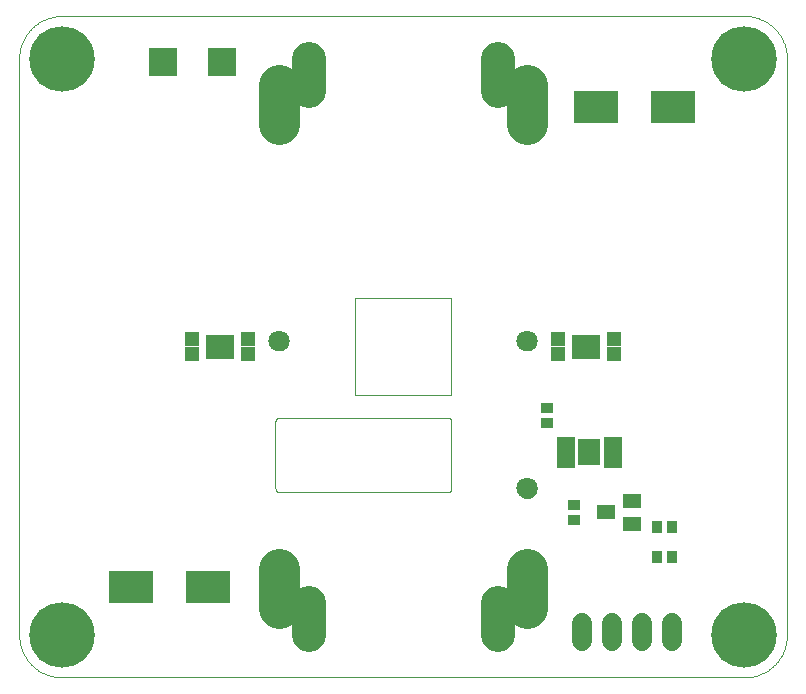
<source format=gts>
G75*
%MOIN*%
%OFA0B0*%
%FSLAX25Y25*%
%IPPOS*%
%LPD*%
%AMOC8*
5,1,8,0,0,1.08239X$1,22.5*
%
%ADD10C,0.00000*%
%ADD11C,0.07099*%
%ADD12R,0.06312X0.04737*%
%ADD13R,0.06115X0.02572*%
%ADD14R,0.07493X0.08674*%
%ADD15R,0.05131X0.04737*%
%ADD16R,0.09461X0.07887*%
%ADD17R,0.04343X0.03556*%
%ADD18R,0.03556X0.04343*%
%ADD19C,0.13792*%
%ADD20C,0.11430*%
%ADD21R,0.14580X0.10643*%
%ADD22C,0.21800*%
%ADD23C,0.06800*%
%ADD24R,0.09400X0.09400*%
D10*
X0016773Y0002600D02*
X0244332Y0002600D01*
X0244674Y0002604D01*
X0245017Y0002617D01*
X0245359Y0002637D01*
X0245700Y0002666D01*
X0246040Y0002703D01*
X0246380Y0002749D01*
X0246718Y0002802D01*
X0247055Y0002864D01*
X0247390Y0002934D01*
X0247724Y0003012D01*
X0248055Y0003098D01*
X0248385Y0003192D01*
X0248712Y0003294D01*
X0249036Y0003403D01*
X0249358Y0003521D01*
X0249677Y0003646D01*
X0249992Y0003779D01*
X0250305Y0003920D01*
X0250613Y0004068D01*
X0250919Y0004223D01*
X0251220Y0004386D01*
X0251517Y0004556D01*
X0251810Y0004733D01*
X0252099Y0004918D01*
X0252383Y0005109D01*
X0252663Y0005307D01*
X0252937Y0005511D01*
X0253207Y0005723D01*
X0253471Y0005940D01*
X0253730Y0006164D01*
X0253984Y0006395D01*
X0254232Y0006631D01*
X0254474Y0006873D01*
X0254710Y0007121D01*
X0254941Y0007375D01*
X0255165Y0007634D01*
X0255382Y0007898D01*
X0255594Y0008168D01*
X0255798Y0008442D01*
X0255996Y0008722D01*
X0256187Y0009006D01*
X0256372Y0009295D01*
X0256549Y0009588D01*
X0256719Y0009885D01*
X0256882Y0010186D01*
X0257037Y0010492D01*
X0257185Y0010800D01*
X0257326Y0011113D01*
X0257459Y0011428D01*
X0257584Y0011747D01*
X0257702Y0012069D01*
X0257811Y0012393D01*
X0257913Y0012720D01*
X0258007Y0013050D01*
X0258093Y0013381D01*
X0258171Y0013715D01*
X0258241Y0014050D01*
X0258303Y0014387D01*
X0258356Y0014725D01*
X0258402Y0015065D01*
X0258439Y0015405D01*
X0258468Y0015746D01*
X0258488Y0016088D01*
X0258501Y0016431D01*
X0258505Y0016773D01*
X0258506Y0016773D02*
X0258506Y0208899D01*
X0258505Y0208899D02*
X0258501Y0209241D01*
X0258488Y0209584D01*
X0258468Y0209926D01*
X0258439Y0210267D01*
X0258402Y0210607D01*
X0258356Y0210947D01*
X0258303Y0211285D01*
X0258241Y0211622D01*
X0258171Y0211957D01*
X0258093Y0212291D01*
X0258007Y0212622D01*
X0257913Y0212952D01*
X0257811Y0213279D01*
X0257702Y0213603D01*
X0257584Y0213925D01*
X0257459Y0214244D01*
X0257326Y0214559D01*
X0257185Y0214872D01*
X0257037Y0215180D01*
X0256882Y0215486D01*
X0256719Y0215787D01*
X0256549Y0216084D01*
X0256372Y0216377D01*
X0256187Y0216666D01*
X0255996Y0216950D01*
X0255798Y0217230D01*
X0255594Y0217504D01*
X0255382Y0217774D01*
X0255165Y0218038D01*
X0254941Y0218297D01*
X0254710Y0218551D01*
X0254474Y0218799D01*
X0254232Y0219041D01*
X0253984Y0219277D01*
X0253730Y0219508D01*
X0253471Y0219732D01*
X0253207Y0219949D01*
X0252937Y0220161D01*
X0252663Y0220365D01*
X0252383Y0220563D01*
X0252099Y0220754D01*
X0251810Y0220939D01*
X0251517Y0221116D01*
X0251220Y0221286D01*
X0250919Y0221449D01*
X0250613Y0221604D01*
X0250305Y0221752D01*
X0249992Y0221893D01*
X0249677Y0222026D01*
X0249358Y0222151D01*
X0249036Y0222269D01*
X0248712Y0222378D01*
X0248385Y0222480D01*
X0248055Y0222574D01*
X0247724Y0222660D01*
X0247390Y0222738D01*
X0247055Y0222808D01*
X0246718Y0222870D01*
X0246380Y0222923D01*
X0246040Y0222969D01*
X0245700Y0223006D01*
X0245359Y0223035D01*
X0245017Y0223055D01*
X0244674Y0223068D01*
X0244332Y0223072D01*
X0016773Y0223072D01*
X0016431Y0223068D01*
X0016088Y0223055D01*
X0015746Y0223035D01*
X0015405Y0223006D01*
X0015065Y0222969D01*
X0014725Y0222923D01*
X0014387Y0222870D01*
X0014050Y0222808D01*
X0013715Y0222738D01*
X0013381Y0222660D01*
X0013050Y0222574D01*
X0012720Y0222480D01*
X0012393Y0222378D01*
X0012069Y0222269D01*
X0011747Y0222151D01*
X0011428Y0222026D01*
X0011113Y0221893D01*
X0010800Y0221752D01*
X0010492Y0221604D01*
X0010186Y0221449D01*
X0009885Y0221286D01*
X0009588Y0221116D01*
X0009295Y0220939D01*
X0009006Y0220754D01*
X0008722Y0220563D01*
X0008442Y0220365D01*
X0008168Y0220161D01*
X0007898Y0219949D01*
X0007634Y0219732D01*
X0007375Y0219508D01*
X0007121Y0219277D01*
X0006873Y0219041D01*
X0006631Y0218799D01*
X0006395Y0218551D01*
X0006164Y0218297D01*
X0005940Y0218038D01*
X0005723Y0217774D01*
X0005511Y0217504D01*
X0005307Y0217230D01*
X0005109Y0216950D01*
X0004918Y0216666D01*
X0004733Y0216377D01*
X0004556Y0216084D01*
X0004386Y0215787D01*
X0004223Y0215486D01*
X0004068Y0215180D01*
X0003920Y0214872D01*
X0003779Y0214559D01*
X0003646Y0214244D01*
X0003521Y0213925D01*
X0003403Y0213603D01*
X0003294Y0213279D01*
X0003192Y0212952D01*
X0003098Y0212622D01*
X0003012Y0212291D01*
X0002934Y0211957D01*
X0002864Y0211622D01*
X0002802Y0211285D01*
X0002749Y0210947D01*
X0002703Y0210607D01*
X0002666Y0210267D01*
X0002637Y0209926D01*
X0002617Y0209584D01*
X0002604Y0209241D01*
X0002600Y0208899D01*
X0002600Y0016773D01*
X0002604Y0016431D01*
X0002617Y0016088D01*
X0002637Y0015746D01*
X0002666Y0015405D01*
X0002703Y0015065D01*
X0002749Y0014725D01*
X0002802Y0014387D01*
X0002864Y0014050D01*
X0002934Y0013715D01*
X0003012Y0013381D01*
X0003098Y0013050D01*
X0003192Y0012720D01*
X0003294Y0012393D01*
X0003403Y0012069D01*
X0003521Y0011747D01*
X0003646Y0011428D01*
X0003779Y0011113D01*
X0003920Y0010800D01*
X0004068Y0010492D01*
X0004223Y0010186D01*
X0004386Y0009885D01*
X0004556Y0009588D01*
X0004733Y0009295D01*
X0004918Y0009006D01*
X0005109Y0008722D01*
X0005307Y0008442D01*
X0005511Y0008168D01*
X0005723Y0007898D01*
X0005940Y0007634D01*
X0006164Y0007375D01*
X0006395Y0007121D01*
X0006631Y0006873D01*
X0006873Y0006631D01*
X0007121Y0006395D01*
X0007375Y0006164D01*
X0007634Y0005940D01*
X0007898Y0005723D01*
X0008168Y0005511D01*
X0008442Y0005307D01*
X0008722Y0005109D01*
X0009006Y0004918D01*
X0009295Y0004733D01*
X0009588Y0004556D01*
X0009885Y0004386D01*
X0010186Y0004223D01*
X0010492Y0004068D01*
X0010800Y0003920D01*
X0011113Y0003779D01*
X0011428Y0003646D01*
X0011747Y0003521D01*
X0012069Y0003403D01*
X0012393Y0003294D01*
X0012720Y0003192D01*
X0013050Y0003098D01*
X0013381Y0003012D01*
X0013715Y0002934D01*
X0014050Y0002864D01*
X0014387Y0002802D01*
X0014725Y0002749D01*
X0015065Y0002703D01*
X0015405Y0002666D01*
X0015746Y0002637D01*
X0016088Y0002617D01*
X0016431Y0002604D01*
X0016773Y0002600D01*
X0088033Y0065631D02*
X0088033Y0088033D01*
X0088035Y0088099D01*
X0088040Y0088165D01*
X0088050Y0088231D01*
X0088063Y0088296D01*
X0088079Y0088360D01*
X0088099Y0088423D01*
X0088123Y0088485D01*
X0088150Y0088545D01*
X0088180Y0088604D01*
X0088214Y0088661D01*
X0088251Y0088716D01*
X0088291Y0088769D01*
X0088333Y0088820D01*
X0088379Y0088868D01*
X0088427Y0088914D01*
X0088478Y0088956D01*
X0088531Y0088996D01*
X0088586Y0089033D01*
X0088643Y0089067D01*
X0088702Y0089097D01*
X0088762Y0089124D01*
X0088824Y0089148D01*
X0088887Y0089168D01*
X0088951Y0089184D01*
X0089016Y0089197D01*
X0089082Y0089207D01*
X0089148Y0089212D01*
X0089214Y0089214D01*
X0145513Y0089214D01*
X0145579Y0089212D01*
X0145645Y0089207D01*
X0145711Y0089197D01*
X0145776Y0089184D01*
X0145840Y0089168D01*
X0145903Y0089148D01*
X0145965Y0089124D01*
X0146025Y0089097D01*
X0146084Y0089067D01*
X0146141Y0089033D01*
X0146196Y0088996D01*
X0146249Y0088956D01*
X0146300Y0088914D01*
X0146348Y0088868D01*
X0146394Y0088820D01*
X0146436Y0088769D01*
X0146476Y0088716D01*
X0146513Y0088661D01*
X0146547Y0088604D01*
X0146577Y0088545D01*
X0146604Y0088485D01*
X0146628Y0088423D01*
X0146648Y0088360D01*
X0146664Y0088296D01*
X0146677Y0088231D01*
X0146687Y0088165D01*
X0146692Y0088099D01*
X0146694Y0088033D01*
X0146694Y0065592D01*
X0146692Y0065526D01*
X0146687Y0065460D01*
X0146677Y0065394D01*
X0146664Y0065329D01*
X0146648Y0065265D01*
X0146628Y0065202D01*
X0146604Y0065140D01*
X0146577Y0065080D01*
X0146547Y0065021D01*
X0146513Y0064964D01*
X0146476Y0064909D01*
X0146436Y0064856D01*
X0146394Y0064805D01*
X0146348Y0064757D01*
X0146300Y0064711D01*
X0146249Y0064669D01*
X0146196Y0064629D01*
X0146141Y0064592D01*
X0146084Y0064558D01*
X0146025Y0064528D01*
X0145965Y0064501D01*
X0145903Y0064477D01*
X0145840Y0064457D01*
X0145776Y0064441D01*
X0145711Y0064428D01*
X0145645Y0064418D01*
X0145579Y0064413D01*
X0145513Y0064411D01*
X0089214Y0064411D01*
X0089148Y0064413D01*
X0089082Y0064418D01*
X0089016Y0064428D01*
X0088951Y0064441D01*
X0088887Y0064457D01*
X0088824Y0064477D01*
X0088762Y0064501D01*
X0088702Y0064528D01*
X0088643Y0064558D01*
X0088586Y0064592D01*
X0088531Y0064629D01*
X0088478Y0064669D01*
X0088427Y0064711D01*
X0088379Y0064757D01*
X0088333Y0064805D01*
X0088291Y0064856D01*
X0088251Y0064909D01*
X0088214Y0064964D01*
X0088180Y0065021D01*
X0088150Y0065080D01*
X0088123Y0065140D01*
X0088099Y0065202D01*
X0088079Y0065265D01*
X0088063Y0065329D01*
X0088050Y0065394D01*
X0088040Y0065460D01*
X0088035Y0065526D01*
X0088033Y0065592D01*
X0114411Y0096694D02*
X0146694Y0096694D01*
X0146694Y0128978D01*
X0114411Y0128978D01*
X0114411Y0096694D01*
X0086064Y0114805D02*
X0086066Y0114917D01*
X0086072Y0115028D01*
X0086082Y0115140D01*
X0086096Y0115251D01*
X0086113Y0115361D01*
X0086135Y0115471D01*
X0086161Y0115580D01*
X0086190Y0115688D01*
X0086223Y0115794D01*
X0086260Y0115900D01*
X0086301Y0116004D01*
X0086346Y0116107D01*
X0086394Y0116208D01*
X0086445Y0116307D01*
X0086500Y0116404D01*
X0086559Y0116499D01*
X0086620Y0116593D01*
X0086685Y0116684D01*
X0086754Y0116772D01*
X0086825Y0116858D01*
X0086899Y0116942D01*
X0086977Y0117022D01*
X0087057Y0117100D01*
X0087140Y0117176D01*
X0087225Y0117248D01*
X0087313Y0117317D01*
X0087403Y0117383D01*
X0087496Y0117445D01*
X0087591Y0117505D01*
X0087688Y0117561D01*
X0087786Y0117613D01*
X0087887Y0117662D01*
X0087989Y0117707D01*
X0088093Y0117749D01*
X0088198Y0117787D01*
X0088305Y0117821D01*
X0088412Y0117851D01*
X0088521Y0117878D01*
X0088630Y0117900D01*
X0088741Y0117919D01*
X0088851Y0117934D01*
X0088963Y0117945D01*
X0089074Y0117952D01*
X0089186Y0117955D01*
X0089298Y0117954D01*
X0089410Y0117949D01*
X0089521Y0117940D01*
X0089632Y0117927D01*
X0089743Y0117910D01*
X0089853Y0117890D01*
X0089962Y0117865D01*
X0090070Y0117837D01*
X0090177Y0117804D01*
X0090283Y0117768D01*
X0090387Y0117728D01*
X0090490Y0117685D01*
X0090592Y0117638D01*
X0090691Y0117587D01*
X0090789Y0117533D01*
X0090885Y0117475D01*
X0090979Y0117414D01*
X0091070Y0117350D01*
X0091159Y0117283D01*
X0091246Y0117212D01*
X0091330Y0117138D01*
X0091412Y0117062D01*
X0091490Y0116982D01*
X0091566Y0116900D01*
X0091639Y0116815D01*
X0091709Y0116728D01*
X0091775Y0116638D01*
X0091839Y0116546D01*
X0091899Y0116452D01*
X0091956Y0116356D01*
X0092009Y0116257D01*
X0092059Y0116157D01*
X0092105Y0116056D01*
X0092148Y0115952D01*
X0092187Y0115847D01*
X0092222Y0115741D01*
X0092253Y0115634D01*
X0092281Y0115525D01*
X0092304Y0115416D01*
X0092324Y0115306D01*
X0092340Y0115195D01*
X0092352Y0115084D01*
X0092360Y0114973D01*
X0092364Y0114861D01*
X0092364Y0114749D01*
X0092360Y0114637D01*
X0092352Y0114526D01*
X0092340Y0114415D01*
X0092324Y0114304D01*
X0092304Y0114194D01*
X0092281Y0114085D01*
X0092253Y0113976D01*
X0092222Y0113869D01*
X0092187Y0113763D01*
X0092148Y0113658D01*
X0092105Y0113554D01*
X0092059Y0113453D01*
X0092009Y0113353D01*
X0091956Y0113254D01*
X0091899Y0113158D01*
X0091839Y0113064D01*
X0091775Y0112972D01*
X0091709Y0112882D01*
X0091639Y0112795D01*
X0091566Y0112710D01*
X0091490Y0112628D01*
X0091412Y0112548D01*
X0091330Y0112472D01*
X0091246Y0112398D01*
X0091159Y0112327D01*
X0091070Y0112260D01*
X0090979Y0112196D01*
X0090885Y0112135D01*
X0090789Y0112077D01*
X0090691Y0112023D01*
X0090592Y0111972D01*
X0090490Y0111925D01*
X0090387Y0111882D01*
X0090283Y0111842D01*
X0090177Y0111806D01*
X0090070Y0111773D01*
X0089962Y0111745D01*
X0089853Y0111720D01*
X0089743Y0111700D01*
X0089632Y0111683D01*
X0089521Y0111670D01*
X0089410Y0111661D01*
X0089298Y0111656D01*
X0089186Y0111655D01*
X0089074Y0111658D01*
X0088963Y0111665D01*
X0088851Y0111676D01*
X0088741Y0111691D01*
X0088630Y0111710D01*
X0088521Y0111732D01*
X0088412Y0111759D01*
X0088305Y0111789D01*
X0088198Y0111823D01*
X0088093Y0111861D01*
X0087989Y0111903D01*
X0087887Y0111948D01*
X0087786Y0111997D01*
X0087688Y0112049D01*
X0087591Y0112105D01*
X0087496Y0112165D01*
X0087403Y0112227D01*
X0087313Y0112293D01*
X0087225Y0112362D01*
X0087140Y0112434D01*
X0087057Y0112510D01*
X0086977Y0112588D01*
X0086899Y0112668D01*
X0086825Y0112752D01*
X0086754Y0112838D01*
X0086685Y0112926D01*
X0086620Y0113017D01*
X0086559Y0113111D01*
X0086500Y0113206D01*
X0086445Y0113303D01*
X0086394Y0113402D01*
X0086346Y0113503D01*
X0086301Y0113606D01*
X0086260Y0113710D01*
X0086223Y0113816D01*
X0086190Y0113922D01*
X0086161Y0114030D01*
X0086135Y0114139D01*
X0086113Y0114249D01*
X0086096Y0114359D01*
X0086082Y0114470D01*
X0086072Y0114582D01*
X0086066Y0114693D01*
X0086064Y0114805D01*
X0168741Y0114805D02*
X0168743Y0114917D01*
X0168749Y0115028D01*
X0168759Y0115140D01*
X0168773Y0115251D01*
X0168790Y0115361D01*
X0168812Y0115471D01*
X0168838Y0115580D01*
X0168867Y0115688D01*
X0168900Y0115794D01*
X0168937Y0115900D01*
X0168978Y0116004D01*
X0169023Y0116107D01*
X0169071Y0116208D01*
X0169122Y0116307D01*
X0169177Y0116404D01*
X0169236Y0116499D01*
X0169297Y0116593D01*
X0169362Y0116684D01*
X0169431Y0116772D01*
X0169502Y0116858D01*
X0169576Y0116942D01*
X0169654Y0117022D01*
X0169734Y0117100D01*
X0169817Y0117176D01*
X0169902Y0117248D01*
X0169990Y0117317D01*
X0170080Y0117383D01*
X0170173Y0117445D01*
X0170268Y0117505D01*
X0170365Y0117561D01*
X0170463Y0117613D01*
X0170564Y0117662D01*
X0170666Y0117707D01*
X0170770Y0117749D01*
X0170875Y0117787D01*
X0170982Y0117821D01*
X0171089Y0117851D01*
X0171198Y0117878D01*
X0171307Y0117900D01*
X0171418Y0117919D01*
X0171528Y0117934D01*
X0171640Y0117945D01*
X0171751Y0117952D01*
X0171863Y0117955D01*
X0171975Y0117954D01*
X0172087Y0117949D01*
X0172198Y0117940D01*
X0172309Y0117927D01*
X0172420Y0117910D01*
X0172530Y0117890D01*
X0172639Y0117865D01*
X0172747Y0117837D01*
X0172854Y0117804D01*
X0172960Y0117768D01*
X0173064Y0117728D01*
X0173167Y0117685D01*
X0173269Y0117638D01*
X0173368Y0117587D01*
X0173466Y0117533D01*
X0173562Y0117475D01*
X0173656Y0117414D01*
X0173747Y0117350D01*
X0173836Y0117283D01*
X0173923Y0117212D01*
X0174007Y0117138D01*
X0174089Y0117062D01*
X0174167Y0116982D01*
X0174243Y0116900D01*
X0174316Y0116815D01*
X0174386Y0116728D01*
X0174452Y0116638D01*
X0174516Y0116546D01*
X0174576Y0116452D01*
X0174633Y0116356D01*
X0174686Y0116257D01*
X0174736Y0116157D01*
X0174782Y0116056D01*
X0174825Y0115952D01*
X0174864Y0115847D01*
X0174899Y0115741D01*
X0174930Y0115634D01*
X0174958Y0115525D01*
X0174981Y0115416D01*
X0175001Y0115306D01*
X0175017Y0115195D01*
X0175029Y0115084D01*
X0175037Y0114973D01*
X0175041Y0114861D01*
X0175041Y0114749D01*
X0175037Y0114637D01*
X0175029Y0114526D01*
X0175017Y0114415D01*
X0175001Y0114304D01*
X0174981Y0114194D01*
X0174958Y0114085D01*
X0174930Y0113976D01*
X0174899Y0113869D01*
X0174864Y0113763D01*
X0174825Y0113658D01*
X0174782Y0113554D01*
X0174736Y0113453D01*
X0174686Y0113353D01*
X0174633Y0113254D01*
X0174576Y0113158D01*
X0174516Y0113064D01*
X0174452Y0112972D01*
X0174386Y0112882D01*
X0174316Y0112795D01*
X0174243Y0112710D01*
X0174167Y0112628D01*
X0174089Y0112548D01*
X0174007Y0112472D01*
X0173923Y0112398D01*
X0173836Y0112327D01*
X0173747Y0112260D01*
X0173656Y0112196D01*
X0173562Y0112135D01*
X0173466Y0112077D01*
X0173368Y0112023D01*
X0173269Y0111972D01*
X0173167Y0111925D01*
X0173064Y0111882D01*
X0172960Y0111842D01*
X0172854Y0111806D01*
X0172747Y0111773D01*
X0172639Y0111745D01*
X0172530Y0111720D01*
X0172420Y0111700D01*
X0172309Y0111683D01*
X0172198Y0111670D01*
X0172087Y0111661D01*
X0171975Y0111656D01*
X0171863Y0111655D01*
X0171751Y0111658D01*
X0171640Y0111665D01*
X0171528Y0111676D01*
X0171418Y0111691D01*
X0171307Y0111710D01*
X0171198Y0111732D01*
X0171089Y0111759D01*
X0170982Y0111789D01*
X0170875Y0111823D01*
X0170770Y0111861D01*
X0170666Y0111903D01*
X0170564Y0111948D01*
X0170463Y0111997D01*
X0170365Y0112049D01*
X0170268Y0112105D01*
X0170173Y0112165D01*
X0170080Y0112227D01*
X0169990Y0112293D01*
X0169902Y0112362D01*
X0169817Y0112434D01*
X0169734Y0112510D01*
X0169654Y0112588D01*
X0169576Y0112668D01*
X0169502Y0112752D01*
X0169431Y0112838D01*
X0169362Y0112926D01*
X0169297Y0113017D01*
X0169236Y0113111D01*
X0169177Y0113206D01*
X0169122Y0113303D01*
X0169071Y0113402D01*
X0169023Y0113503D01*
X0168978Y0113606D01*
X0168937Y0113710D01*
X0168900Y0113816D01*
X0168867Y0113922D01*
X0168838Y0114030D01*
X0168812Y0114139D01*
X0168790Y0114249D01*
X0168773Y0114359D01*
X0168759Y0114470D01*
X0168749Y0114582D01*
X0168743Y0114693D01*
X0168741Y0114805D01*
X0168741Y0065592D02*
X0168743Y0065704D01*
X0168749Y0065815D01*
X0168759Y0065927D01*
X0168773Y0066038D01*
X0168790Y0066148D01*
X0168812Y0066258D01*
X0168838Y0066367D01*
X0168867Y0066475D01*
X0168900Y0066581D01*
X0168937Y0066687D01*
X0168978Y0066791D01*
X0169023Y0066894D01*
X0169071Y0066995D01*
X0169122Y0067094D01*
X0169177Y0067191D01*
X0169236Y0067286D01*
X0169297Y0067380D01*
X0169362Y0067471D01*
X0169431Y0067559D01*
X0169502Y0067645D01*
X0169576Y0067729D01*
X0169654Y0067809D01*
X0169734Y0067887D01*
X0169817Y0067963D01*
X0169902Y0068035D01*
X0169990Y0068104D01*
X0170080Y0068170D01*
X0170173Y0068232D01*
X0170268Y0068292D01*
X0170365Y0068348D01*
X0170463Y0068400D01*
X0170564Y0068449D01*
X0170666Y0068494D01*
X0170770Y0068536D01*
X0170875Y0068574D01*
X0170982Y0068608D01*
X0171089Y0068638D01*
X0171198Y0068665D01*
X0171307Y0068687D01*
X0171418Y0068706D01*
X0171528Y0068721D01*
X0171640Y0068732D01*
X0171751Y0068739D01*
X0171863Y0068742D01*
X0171975Y0068741D01*
X0172087Y0068736D01*
X0172198Y0068727D01*
X0172309Y0068714D01*
X0172420Y0068697D01*
X0172530Y0068677D01*
X0172639Y0068652D01*
X0172747Y0068624D01*
X0172854Y0068591D01*
X0172960Y0068555D01*
X0173064Y0068515D01*
X0173167Y0068472D01*
X0173269Y0068425D01*
X0173368Y0068374D01*
X0173466Y0068320D01*
X0173562Y0068262D01*
X0173656Y0068201D01*
X0173747Y0068137D01*
X0173836Y0068070D01*
X0173923Y0067999D01*
X0174007Y0067925D01*
X0174089Y0067849D01*
X0174167Y0067769D01*
X0174243Y0067687D01*
X0174316Y0067602D01*
X0174386Y0067515D01*
X0174452Y0067425D01*
X0174516Y0067333D01*
X0174576Y0067239D01*
X0174633Y0067143D01*
X0174686Y0067044D01*
X0174736Y0066944D01*
X0174782Y0066843D01*
X0174825Y0066739D01*
X0174864Y0066634D01*
X0174899Y0066528D01*
X0174930Y0066421D01*
X0174958Y0066312D01*
X0174981Y0066203D01*
X0175001Y0066093D01*
X0175017Y0065982D01*
X0175029Y0065871D01*
X0175037Y0065760D01*
X0175041Y0065648D01*
X0175041Y0065536D01*
X0175037Y0065424D01*
X0175029Y0065313D01*
X0175017Y0065202D01*
X0175001Y0065091D01*
X0174981Y0064981D01*
X0174958Y0064872D01*
X0174930Y0064763D01*
X0174899Y0064656D01*
X0174864Y0064550D01*
X0174825Y0064445D01*
X0174782Y0064341D01*
X0174736Y0064240D01*
X0174686Y0064140D01*
X0174633Y0064041D01*
X0174576Y0063945D01*
X0174516Y0063851D01*
X0174452Y0063759D01*
X0174386Y0063669D01*
X0174316Y0063582D01*
X0174243Y0063497D01*
X0174167Y0063415D01*
X0174089Y0063335D01*
X0174007Y0063259D01*
X0173923Y0063185D01*
X0173836Y0063114D01*
X0173747Y0063047D01*
X0173656Y0062983D01*
X0173562Y0062922D01*
X0173466Y0062864D01*
X0173368Y0062810D01*
X0173269Y0062759D01*
X0173167Y0062712D01*
X0173064Y0062669D01*
X0172960Y0062629D01*
X0172854Y0062593D01*
X0172747Y0062560D01*
X0172639Y0062532D01*
X0172530Y0062507D01*
X0172420Y0062487D01*
X0172309Y0062470D01*
X0172198Y0062457D01*
X0172087Y0062448D01*
X0171975Y0062443D01*
X0171863Y0062442D01*
X0171751Y0062445D01*
X0171640Y0062452D01*
X0171528Y0062463D01*
X0171418Y0062478D01*
X0171307Y0062497D01*
X0171198Y0062519D01*
X0171089Y0062546D01*
X0170982Y0062576D01*
X0170875Y0062610D01*
X0170770Y0062648D01*
X0170666Y0062690D01*
X0170564Y0062735D01*
X0170463Y0062784D01*
X0170365Y0062836D01*
X0170268Y0062892D01*
X0170173Y0062952D01*
X0170080Y0063014D01*
X0169990Y0063080D01*
X0169902Y0063149D01*
X0169817Y0063221D01*
X0169734Y0063297D01*
X0169654Y0063375D01*
X0169576Y0063455D01*
X0169502Y0063539D01*
X0169431Y0063625D01*
X0169362Y0063713D01*
X0169297Y0063804D01*
X0169236Y0063898D01*
X0169177Y0063993D01*
X0169122Y0064090D01*
X0169071Y0064189D01*
X0169023Y0064290D01*
X0168978Y0064393D01*
X0168937Y0064497D01*
X0168900Y0064603D01*
X0168867Y0064709D01*
X0168838Y0064817D01*
X0168812Y0064926D01*
X0168790Y0065036D01*
X0168773Y0065146D01*
X0168759Y0065257D01*
X0168749Y0065369D01*
X0168743Y0065480D01*
X0168741Y0065592D01*
D11*
X0171891Y0065592D03*
X0171891Y0114805D03*
X0089214Y0114805D03*
D12*
X0198269Y0057600D03*
X0206931Y0053860D03*
X0206931Y0061340D03*
D13*
X0200376Y0073761D03*
X0200376Y0076320D03*
X0200376Y0078880D03*
X0200376Y0081439D03*
X0184824Y0081439D03*
X0184824Y0078880D03*
X0184824Y0076320D03*
X0184824Y0073761D03*
D14*
X0192600Y0077600D03*
D15*
X0201025Y0110277D03*
X0201025Y0115395D03*
X0182128Y0115395D03*
X0182128Y0110277D03*
X0078978Y0110277D03*
X0078978Y0115395D03*
X0060080Y0115395D03*
X0060080Y0110277D03*
D16*
X0069529Y0112836D03*
X0191576Y0112836D03*
D17*
X0178486Y0092541D03*
X0178486Y0087423D03*
X0187600Y0060159D03*
X0187600Y0055041D03*
D18*
X0215041Y0052600D03*
X0220159Y0052600D03*
X0220159Y0042600D03*
X0215041Y0042600D03*
D19*
X0171891Y0038702D02*
X0171891Y0025710D01*
X0089214Y0025710D02*
X0089214Y0038702D01*
X0089214Y0186970D02*
X0089214Y0199962D01*
X0171891Y0199962D02*
X0171891Y0186970D01*
D20*
X0162049Y0198151D02*
X0162049Y0208781D01*
X0099057Y0208781D02*
X0099057Y0198151D01*
X0099057Y0027521D02*
X0099057Y0016891D01*
X0162049Y0016891D02*
X0162049Y0027521D01*
D21*
X0065395Y0032600D03*
X0039805Y0032600D03*
X0194805Y0192600D03*
X0220395Y0192600D03*
D22*
X0244332Y0208899D03*
X0244332Y0016773D03*
X0016773Y0016773D03*
X0016773Y0208899D03*
D23*
X0190100Y0020600D02*
X0190100Y0014600D01*
X0200100Y0014600D02*
X0200100Y0020600D01*
X0210100Y0020600D02*
X0210100Y0014600D01*
X0220100Y0014600D02*
X0220100Y0020600D01*
D24*
X0070100Y0207600D03*
X0050415Y0207600D03*
M02*

</source>
